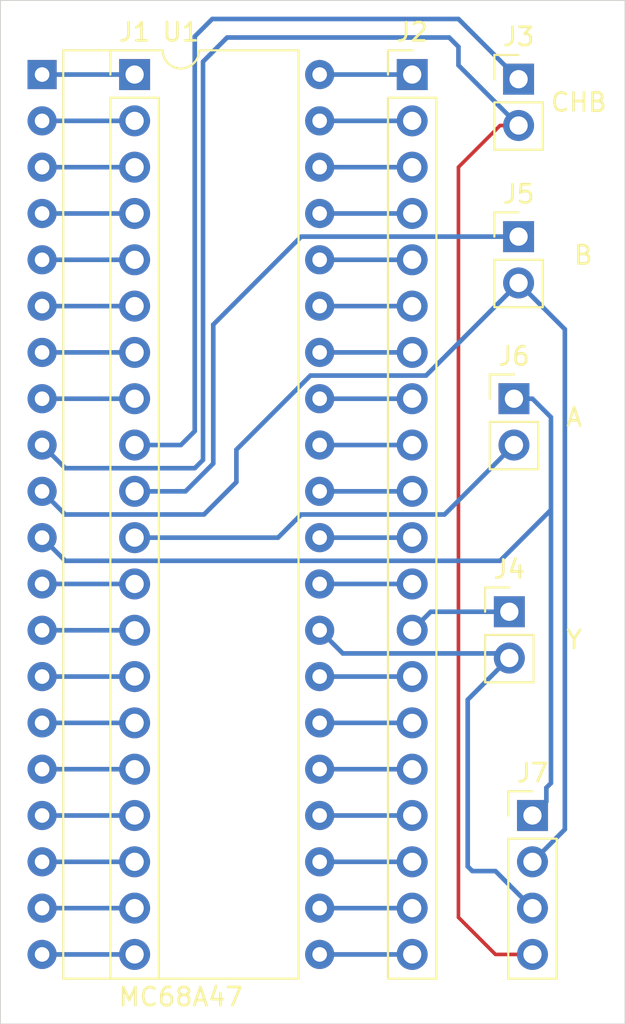
<source format=kicad_pcb>
(kicad_pcb (version 20240108) (generator "pcbnew") (generator_version "8.0")
  (layers (0 "F.Cu" signal) (31 "B.Cu" signal) (34 "B.Paste" user) (35 "F.Paste" user) (36 "B.SilkS" user "B.Silkscreen") (37 "F.SilkS" user "F.Silkscreen") (38 "B.Mask" user) (39 "F.Mask" user) (44 "Edge.Cuts" user))
  (net 0 "")
  (net 1 "Net-(J1-Pin_3)")
  (net 2 "Net-(J1-Pin_15)")
  (net 3 "Net-(J1-Pin_6)")
  (net 4 "Net-(J1-Pin_18)")
  (net 5 "Net-(J1-Pin_17)")
  (net 6 "Net-(J1-Pin_4)")
  (net 7 "Net-(J1-Pin_2)")
  (net 8 "Net-(J1-Pin_16)")
  (net 9 "Net-(J1-Pin_19)")
  (net 10 "Net-(J1-Pin_11)")
  (net 11 "Net-(J1-Pin_7)")
  (net 12 "Net-(J1-Pin_5)")
  (net 13 "Net-(J1-Pin_12)")
  (net 14 "Net-(J1-Pin_8)")
  (net 15 "Net-(J1-Pin_14)")
  (net 16 "Net-(J1-Pin_13)")
  (net 17 "Net-(J1-Pin_20)")
  (net 18 "Net-(J1-Pin_1)")
  (net 19 "Net-(J1-Pin_10)")
  (net 20 "Net-(J1-Pin_9)")
  (net 21 "Net-(J2-Pin_4)")
  (net 22 "Net-(J2-Pin_7)")
  (net 23 "Net-(J2-Pin_11)")
  (net 24 "Net-(J2-Pin_3)")
  (net 25 "Net-(J2-Pin_16)")
  (net 26 "Net-(J2-Pin_9)")
  (net 27 "Net-(J2-Pin_12)")
  (net 28 "Net-(J2-Pin_17)")
  (net 29 "Net-(J2-Pin_13)")
  (net 30 "Net-(J2-Pin_6)")
  (net 31 "Net-(J2-Pin_2)")
  (net 32 "Net-(J2-Pin_10)")
  (net 33 "Net-(J2-Pin_5)")
  (net 34 "Net-(J2-Pin_19)")
  (net 35 "Net-(J2-Pin_1)")
  (net 36 "Net-(J2-Pin_18)")
  (net 37 "Net-(J2-Pin_15)")
  (net 38 "Net-(J2-Pin_8)")
  (net 39 "Net-(J2-Pin_20)")
  (net 40 "Net-(J2-Pin_14)")
  (net 41 "Net-(J3-Pin_2)")
  (net 42 "Net-(J4-Pin_2)")
  (net 43 "Net-(J5-Pin_2)")
  (net 44 "Net-(J6-Pin_1)")
  (footprint "Connector_PinHeader_2.54mm:PinHeader_1x20_P2.54mm_Vertical" (layer "F.Cu") (at 157.734 64.516)
    (property "Reference" "J2" (at 0 -2.33 0) (layer "F.SilkS"))
    (property "Value" "Pins 40-21" (hide yes))
    (fp_line (start -1.33 -1.33) (end 0 -1.33) (stroke (width 0.12)) (layer "F.SilkS"))
    (fp_line (start -1.33 0) (end -1.33 -1.33) (stroke (width 0.12)) (layer "F.SilkS"))
    (fp_line (start -1.33 1.27) (end -1.33 49.59) (stroke (width 0.12)) (layer "F.SilkS"))
    (fp_line (start -1.33 1.27) (end 1.33 1.27) (stroke (width 0.12)) (layer "F.SilkS"))
    (fp_line (start -1.33 49.59) (end 1.33 49.59) (stroke (width 0.12)) (layer "F.SilkS"))
    (fp_line (start 1.33 1.27) (end 1.33 49.59) (stroke (width 0.12)) (layer "F.SilkS"))
    (pad "1" thru_hole rect (at 0 0) (size 1.7 1.7) (drill 1) (layers "*.Cu" "*.Mask") (net 35 "Net-(J2-Pin_1)"))
    (pad "2" thru_hole oval (at 0 2.54) (size 1.7 1.7) (drill 1) (layers "*.Cu" "*.Mask") (net 31 "Net-(J2-Pin_2)"))
    (pad "3" thru_hole oval (at 0 5.08) (size 1.7 1.7) (drill 1) (layers "*.Cu" "*.Mask") (net 24 "Net-(J2-Pin_3)"))
    (pad "4" thru_hole oval (at 0 7.62) (size 1.7 1.7) (drill 1) (layers "*.Cu" "*.Mask") (net 21 "Net-(J2-Pin_4)"))
    (pad "5" thru_hole oval (at 0 10.16) (size 1.7 1.7) (drill 1) (layers "*.Cu" "*.Mask") (net 33 "Net-(J2-Pin_5)"))
    (pad "6" thru_hole oval (at 0 12.7) (size 1.7 1.7) (drill 1) (layers "*.Cu" "*.Mask") (net 30 "Net-(J2-Pin_6)"))
    (pad "7" thru_hole oval (at 0 15.24) (size 1.7 1.7) (drill 1) (layers "*.Cu" "*.Mask") (net 22 "Net-(J2-Pin_7)"))
    (pad "8" thru_hole oval (at 0 17.78) (size 1.7 1.7) (drill 1) (layers "*.Cu" "*.Mask") (net 38 "Net-(J2-Pin_8)"))
    (pad "9" thru_hole oval (at 0 20.32) (size 1.7 1.7) (drill 1) (layers "*.Cu" "*.Mask") (net 26 "Net-(J2-Pin_9)"))
    (pad "10" thru_hole oval (at 0 22.86) (size 1.7 1.7) (drill 1) (layers "*.Cu" "*.Mask") (net 32 "Net-(J2-Pin_10)"))
    (pad "11" thru_hole oval (at 0 25.4) (size 1.7 1.7) (drill 1) (layers "*.Cu" "*.Mask") (net 23 "Net-(J2-Pin_11)"))
    (pad "12" thru_hole oval (at 0 27.94) (size 1.7 1.7) (drill 1) (layers "*.Cu" "*.Mask") (net 27 "Net-(J2-Pin_12)"))
    (pad "13" thru_hole oval (at 0 30.48) (size 1.7 1.7) (drill 1) (layers "*.Cu" "*.Mask") (net 29 "Net-(J2-Pin_13)"))
    (pad "14" thru_hole oval (at 0 33.02) (size 1.7 1.7) (drill 1) (layers "*.Cu" "*.Mask") (net 40 "Net-(J2-Pin_14)"))
    (pad "15" thru_hole oval (at 0 35.56) (size 1.7 1.7) (drill 1) (layers "*.Cu" "*.Mask") (net 37 "Net-(J2-Pin_15)"))
    (pad "16" thru_hole oval (at 0 38.1) (size 1.7 1.7) (drill 1) (layers "*.Cu" "*.Mask") (net 25 "Net-(J2-Pin_16)"))
    (pad "17" thru_hole oval (at 0 40.64) (size 1.7 1.7) (drill 1) (layers "*.Cu" "*.Mask") (net 28 "Net-(J2-Pin_17)"))
    (pad "18" thru_hole oval (at 0 43.18) (size 1.7 1.7) (drill 1) (layers "*.Cu" "*.Mask") (net 36 "Net-(J2-Pin_18)"))
    (pad "19" thru_hole oval (at 0 45.72) (size 1.7 1.7) (drill 1) (layers "*.Cu" "*.Mask") (net 34 "Net-(J2-Pin_19)"))
    (pad "20" thru_hole oval (at 0 48.26) (size 1.7 1.7) (drill 1) (layers "*.Cu" "*.Mask") (net 39 "Net-(J2-Pin_20)"))
  )
  (footprint "Connector_PinHeader_2.54mm:PinHeader_1x02_P2.54mm_Vertical" (layer "F.Cu") (at 163.322 82.296)
    (property "Reference" "J6" (at 0 -2.33 0) (layer "F.SilkS"))
    (property "Value" "A" (at 3.302 1.016 0) (layer "F.SilkS"))
    (fp_line (start -1.33 -1.33) (end 0 -1.33) (stroke (width 0.12)) (layer "F.SilkS"))
    (fp_line (start -1.33 0) (end -1.33 -1.33) (stroke (width 0.12)) (layer "F.SilkS"))
    (fp_line (start -1.33 1.27) (end -1.33 3.87) (stroke (width 0.12)) (layer "F.SilkS"))
    (fp_line (start -1.33 1.27) (end 1.33 1.27) (stroke (width 0.12)) (layer "F.SilkS"))
    (fp_line (start -1.33 3.87) (end 1.33 3.87) (stroke (width 0.12)) (layer "F.SilkS"))
    (fp_line (start 1.33 1.27) (end 1.33 3.87) (stroke (width 0.12)) (layer "F.SilkS"))
    (pad "1" thru_hole rect (at 0 0) (size 1.7 1.7) (drill 1) (layers "*.Cu" "*.Mask") (net 44 "Net-(J6-Pin_1)"))
    (pad "2" thru_hole oval (at 0 2.54) (size 1.7 1.7) (drill 1) (layers "*.Cu" "*.Mask") (net 10 "Net-(J1-Pin_11)"))
  )
  (footprint "Connector_PinHeader_2.54mm:PinHeader_1x02_P2.54mm_Vertical" (layer "F.Cu") (at 163.576 73.406)
    (property "Reference" "J5" (at 0 -2.33 0) (layer "F.SilkS"))
    (property "Value" "B" (at 3.556 1.016 0) (layer "F.SilkS"))
    (fp_line (start -1.33 -1.33) (end 0 -1.33) (stroke (width 0.12)) (layer "F.SilkS"))
    (fp_line (start -1.33 0) (end -1.33 -1.33) (stroke (width 0.12)) (layer "F.SilkS"))
    (fp_line (start -1.33 1.27) (end -1.33 3.87) (stroke (width 0.12)) (layer "F.SilkS"))
    (fp_line (start -1.33 1.27) (end 1.33 1.27) (stroke (width 0.12)) (layer "F.SilkS"))
    (fp_line (start -1.33 3.87) (end 1.33 3.87) (stroke (width 0.12)) (layer "F.SilkS"))
    (fp_line (start 1.33 1.27) (end 1.33 3.87) (stroke (width 0.12)) (layer "F.SilkS"))
    (pad "1" thru_hole rect (at 0 0) (size 1.7 1.7) (drill 1) (layers "*.Cu" "*.Mask") (net 19 "Net-(J1-Pin_10)"))
    (pad "2" thru_hole oval (at 0 2.54) (size 1.7 1.7) (drill 1) (layers "*.Cu" "*.Mask") (net 43 "Net-(J5-Pin_2)"))
  )
  (footprint "Connector_PinHeader_2.54mm:PinHeader_1x02_P2.54mm_Vertical" (layer "F.Cu") (at 163.576 64.77)
    (property "Reference" "J3" (at 0 -2.33 0) (layer "F.SilkS"))
    (property "Value" "CHB" (at 3.302 1.27 0) (layer "F.SilkS"))
    (fp_line (start -1.33 -1.33) (end 0 -1.33) (stroke (width 0.12)) (layer "F.SilkS"))
    (fp_line (start -1.33 0) (end -1.33 -1.33) (stroke (width 0.12)) (layer "F.SilkS"))
    (fp_line (start -1.33 1.27) (end -1.33 3.87) (stroke (width 0.12)) (layer "F.SilkS"))
    (fp_line (start -1.33 1.27) (end 1.33 1.27) (stroke (width 0.12)) (layer "F.SilkS"))
    (fp_line (start -1.33 3.87) (end 1.33 3.87) (stroke (width 0.12)) (layer "F.SilkS"))
    (fp_line (start 1.33 1.27) (end 1.33 3.87) (stroke (width 0.12)) (layer "F.SilkS"))
    (pad "1" thru_hole rect (at 0 0) (size 1.7 1.7) (drill 1) (layers "*.Cu" "*.Mask") (net 20 "Net-(J1-Pin_9)"))
    (pad "2" thru_hole oval (at 0 2.54) (size 1.7 1.7) (drill 1) (layers "*.Cu" "*.Mask") (net 41 "Net-(J3-Pin_2)"))
  )
  (footprint "Connector_PinHeader_2.54mm:PinHeader_1x02_P2.54mm_Vertical" (layer "F.Cu") (at 163.068 93.98)
    (property "Reference" "J4" (at 0 -2.33 0) (layer "F.SilkS"))
    (property "Value" "Y" (at 3.556 1.524 0) (layer "F.SilkS"))
    (fp_line (start -1.33 -1.33) (end 0 -1.33) (stroke (width 0.12)) (layer "F.SilkS"))
    (fp_line (start -1.33 0) (end -1.33 -1.33) (stroke (width 0.12)) (layer "F.SilkS"))
    (fp_line (start -1.33 1.27) (end -1.33 3.87) (stroke (width 0.12)) (layer "F.SilkS"))
    (fp_line (start -1.33 1.27) (end 1.33 1.27) (stroke (width 0.12)) (layer "F.SilkS"))
    (fp_line (start -1.33 3.87) (end 1.33 3.87) (stroke (width 0.12)) (layer "F.SilkS"))
    (fp_line (start 1.33 1.27) (end 1.33 3.87) (stroke (width 0.12)) (layer "F.SilkS"))
    (pad "1" thru_hole rect (at 0 0) (size 1.7 1.7) (drill 1) (layers "*.Cu" "*.Mask") (net 29 "Net-(J2-Pin_13)"))
    (pad "2" thru_hole oval (at 0 2.54) (size 1.7 1.7) (drill 1) (layers "*.Cu" "*.Mask") (net 42 "Net-(J4-Pin_2)"))
  )
  (footprint "Connector_PinHeader_2.54mm:PinHeader_1x04_P2.54mm_Vertical" (layer "F.Cu") (at 164.338 105.156)
    (property "Reference" "J7" (at 0 -2.33 0) (layer "F.SilkS"))
    (property "Value" "Comp. Board")
    (fp_line (start -1.33 -1.33) (end 0 -1.33) (stroke (width 0.12)) (layer "F.SilkS"))
    (fp_line (start -1.33 0) (end -1.33 -1.33) (stroke (width 0.12)) (layer "F.SilkS"))
    (fp_line (start -1.33 1.27) (end -1.33 8.95) (stroke (width 0.12)) (layer "F.SilkS"))
    (fp_line (start -1.33 1.27) (end 1.33 1.27) (stroke (width 0.12)) (layer "F.SilkS"))
    (fp_line (start -1.33 8.95) (end 1.33 8.95) (stroke (width 0.12)) (layer "F.SilkS"))
    (fp_line (start 1.33 1.27) (end 1.33 8.95) (stroke (width 0.12)) (layer "F.SilkS"))
    (pad "1" thru_hole rect (at 0 0) (size 1.7 1.7) (drill 1) (layers "*.Cu" "*.Mask") (net 44 "Net-(J6-Pin_1)"))
    (pad "2" thru_hole oval (at 0 2.54) (size 1.7 1.7) (drill 1) (layers "*.Cu" "*.Mask") (net 43 "Net-(J5-Pin_2)"))
    (pad "3" thru_hole oval (at 0 5.08) (size 1.7 1.7) (drill 1) (layers "*.Cu" "*.Mask") (net 42 "Net-(J4-Pin_2)"))
    (pad "4" thru_hole oval (at 0 7.62) (size 1.7 1.7) (drill 1) (layers "*.Cu" "*.Mask") (net 41 "Net-(J3-Pin_2)"))
  )
  (footprint "Connector_PinHeader_2.54mm:PinHeader_1x20_P2.54mm_Vertical" (layer "F.Cu") (at 142.494 64.516)
    (property "Reference" "J1" (at 0 -2.33 0) (layer "F.SilkS"))
    (property "Value" "Pins 1-20" (hide yes))
    (fp_line (start -1.33 -1.33) (end 0 -1.33) (stroke (width 0.12)) (layer "F.SilkS"))
    (fp_line (start -1.33 0) (end -1.33 -1.33) (stroke (width 0.12)) (layer "F.SilkS"))
    (fp_line (start -1.33 1.27) (end -1.33 49.59) (stroke (width 0.12)) (layer "F.SilkS"))
    (fp_line (start -1.33 1.27) (end 1.33 1.27) (stroke (width 0.12)) (layer "F.SilkS"))
    (fp_line (start -1.33 49.59) (end 1.33 49.59) (stroke (width 0.12)) (layer "F.SilkS"))
    (fp_line (start 1.33 1.27) (end 1.33 49.59) (stroke (width 0.12)) (layer "F.SilkS"))
    (pad "1" thru_hole rect (at 0 0) (size 1.7 1.7) (drill 1) (layers "*.Cu" "*.Mask") (net 18 "Net-(J1-Pin_1)"))
    (pad "2" thru_hole oval (at 0 2.54) (size 1.7 1.7) (drill 1) (layers "*.Cu" "*.Mask") (net 7 "Net-(J1-Pin_2)"))
    (pad "3" thru_hole oval (at 0 5.08) (size 1.7 1.7) (drill 1) (layers "*.Cu" "*.Mask") (net 1 "Net-(J1-Pin_3)"))
    (pad "4" thru_hole oval (at 0 7.62) (size 1.7 1.7) (drill 1) (layers "*.Cu" "*.Mask") (net 6 "Net-(J1-Pin_4)"))
    (pad "5" thru_hole oval (at 0 10.16) (size 1.7 1.7) (drill 1) (layers "*.Cu" "*.Mask") (net 12 "Net-(J1-Pin_5)"))
    (pad "6" thru_hole oval (at 0 12.7) (size 1.7 1.7) (drill 1) (layers "*.Cu" "*.Mask") (net 3 "Net-(J1-Pin_6)"))
    (pad "7" thru_hole oval (at 0 15.24) (size 1.7 1.7) (drill 1) (layers "*.Cu" "*.Mask") (net 11 "Net-(J1-Pin_7)"))
    (pad "8" thru_hole oval (at 0 17.78) (size 1.7 1.7) (drill 1) (layers "*.Cu" "*.Mask") (net 14 "Net-(J1-Pin_8)"))
    (pad "9" thru_hole oval (at 0 20.32) (size 1.7 1.7) (drill 1) (layers "*.Cu" "*.Mask") (net 20 "Net-(J1-Pin_9)"))
    (pad "10" thru_hole oval (at 0 22.86) (size 1.7 1.7) (drill 1) (layers "*.Cu" "*.Mask") (net 19 "Net-(J1-Pin_10)"))
    (pad "11" thru_hole oval (at 0 25.4) (size 1.7 1.7) (drill 1) (layers "*.Cu" "*.Mask") (net 10 "Net-(J1-Pin_11)"))
    (pad "12" thru_hole oval (at 0 27.94) (size 1.7 1.7) (drill 1) (layers "*.Cu" "*.Mask") (net 13 "Net-(J1-Pin_12)"))
    (pad "13" thru_hole oval (at 0 30.48) (size 1.7 1.7) (drill 1) (layers "*.Cu" "*.Mask") (net 16 "Net-(J1-Pin_13)"))
    (pad "14" thru_hole oval (at 0 33.02) (size 1.7 1.7) (drill 1) (layers "*.Cu" "*.Mask") (net 15 "Net-(J1-Pin_14)"))
    (pad "15" thru_hole oval (at 0 35.56) (size 1.7 1.7) (drill 1) (layers "*.Cu" "*.Mask") (net 2 "Net-(J1-Pin_15)"))
    (pad "16" thru_hole oval (at 0 38.1) (size 1.7 1.7) (drill 1) (layers "*.Cu" "*.Mask") (net 8 "Net-(J1-Pin_16)"))
    (pad "17" thru_hole oval (at 0 40.64) (size 1.7 1.7) (drill 1) (layers "*.Cu" "*.Mask") (net 5 "Net-(J1-Pin_17)"))
    (pad "18" thru_hole oval (at 0 43.18) (size 1.7 1.7) (drill 1) (layers "*.Cu" "*.Mask") (net 4 "Net-(J1-Pin_18)"))
    (pad "19" thru_hole oval (at 0 45.72) (size 1.7 1.7) (drill 1) (layers "*.Cu" "*.Mask") (net 9 "Net-(J1-Pin_19)"))
    (pad "20" thru_hole oval (at 0 48.26) (size 1.7 1.7) (drill 1) (layers "*.Cu" "*.Mask") (net 17 "Net-(J1-Pin_20)"))
  )
  (footprint "Package_DIP:DIP-40_W15.24mm" (layer "F.Cu") (at 137.414 64.516)
    (property "Reference" "U1" (at 7.62 -2.33 0) (layer "F.SilkS"))
    (property "Value" "MC68A47" (at 7.62 50.59 0) (layer "F.SilkS"))
    (fp_line (start 1.16 -1.33) (end 1.16 49.59) (stroke (width 0.12)) (layer "F.SilkS"))
    (fp_line (start 1.16 49.59) (end 14.08 49.59) (stroke (width 0.12)) (layer "F.SilkS"))
    (fp_line (start 6.62 -1.33) (end 1.16 -1.33) (stroke (width 0.12)) (layer "F.SilkS"))
    (fp_line (start 14.08 -1.33) (end 8.62 -1.33) (stroke (width 0.12)) (layer "F.SilkS"))
    (fp_line (start 14.08 49.59) (end 14.08 -1.33) (stroke (width 0.12)) (layer "F.SilkS"))
    (fp_arc (start 8.62 -1.33) (mid 7.62 -0.33) (end 6.62 -1.33) (stroke (width 0.12)) (layer "F.SilkS"))
    (pad "1" thru_hole rect (at 0 0) (size 1.6 1.6) (drill 0.8) (layers "*.Cu" "*.Mask") (net 18 "Net-(J1-Pin_1)"))
    (pad "2" thru_hole oval (at 0 2.54) (size 1.6 1.6) (drill 0.8) (layers "*.Cu" "*.Mask") (net 7 "Net-(J1-Pin_2)"))
    (pad "3" thru_hole oval (at 0 5.08) (size 1.6 1.6) (drill 0.8) (layers "*.Cu" "*.Mask") (net 1 "Net-(J1-Pin_3)"))
    (pad "4" thru_hole oval (at 0 7.62) (size 1.6 1.6) (drill 0.8) (layers "*.Cu" "*.Mask") (net 6 "Net-(J1-Pin_4)"))
    (pad "5" thru_hole oval (at 0 10.16) (size 1.6 1.6) (drill 0.8) (layers "*.Cu" "*.Mask") (net 12 "Net-(J1-Pin_5)"))
    (pad "6" thru_hole oval (at 0 12.7) (size 1.6 1.6) (drill 0.8) (layers "*.Cu" "*.Mask") (net 3 "Net-(J1-Pin_6)"))
    (pad "7" thru_hole oval (at 0 15.24) (size 1.6 1.6) (drill 0.8) (layers "*.Cu" "*.Mask") (net 11 "Net-(J1-Pin_7)"))
    (pad "8" thru_hole oval (at 0 17.78) (size 1.6 1.6) (drill 0.8) (layers "*.Cu" "*.Mask") (net 14 "Net-(J1-Pin_8)"))
    (pad "9" thru_hole oval (at 0 20.32) (size 1.6 1.6) (drill 0.8) (layers "*.Cu" "*.Mask") (net 41 "Net-(J3-Pin_2)"))
    (pad "10" thru_hole oval (at 0 22.86) (size 1.6 1.6) (drill 0.8) (layers "*.Cu" "*.Mask") (net 43 "Net-(J5-Pin_2)"))
    (pad "11" thru_hole oval (at 0 25.4) (size 1.6 1.6) (drill 0.8) (layers "*.Cu" "*.Mask") (net 44 "Net-(J6-Pin_1)"))
    (pad "12" thru_hole oval (at 0 27.94) (size 1.6 1.6) (drill 0.8) (layers "*.Cu" "*.Mask") (net 13 "Net-(J1-Pin_12)"))
    (pad "13" thru_hole oval (at 0 30.48) (size 1.6 1.6) (drill 0.8) (layers "*.Cu" "*.Mask") (net 16 "Net-(J1-Pin_13)"))
    (pad "14" thru_hole oval (at 0 33.02) (size 1.6 1.6) (drill 0.8) (layers "*.Cu" "*.Mask") (net 15 "Net-(J1-Pin_14)"))
    (pad "15" thru_hole oval (at 0 35.56) (size 1.6 1.6) (drill 0.8) (layers "*.Cu" "*.Mask") (net 2 "Net-(J1-Pin_15)"))
    (pad "16" thru_hole oval (at 0 38.1) (size 1.6 1.6) (drill 0.8) (layers "*.Cu" "*.Mask") (net 8 "Net-(J1-Pin_16)"))
    (pad "17" thru_hole oval (at 0 40.64) (size 1.6 1.6) (drill 0.8) (layers "*.Cu" "*.Mask") (net 5 "Net-(J1-Pin_17)"))
    (pad "18" thru_hole oval (at 0 43.18) (size 1.6 1.6) (drill 0.8) (layers "*.Cu" "*.Mask") (net 4 "Net-(J1-Pin_18)"))
    (pad "19" thru_hole oval (at 0 45.72) (size 1.6 1.6) (drill 0.8) (layers "*.Cu" "*.Mask") (net 9 "Net-(J1-Pin_19)"))
    (pad "20" thru_hole oval (at 0 48.26) (size 1.6 1.6) (drill 0.8) (layers "*.Cu" "*.Mask") (net 17 "Net-(J1-Pin_20)"))
    (pad "21" thru_hole oval (at 15.24 48.26) (size 1.6 1.6) (drill 0.8) (layers "*.Cu" "*.Mask") (net 39 "Net-(J2-Pin_20)"))
    (pad "22" thru_hole oval (at 15.24 45.72) (size 1.6 1.6) (drill 0.8) (layers "*.Cu" "*.Mask") (net 34 "Net-(J2-Pin_19)"))
    (pad "23" thru_hole oval (at 15.24 43.18) (size 1.6 1.6) (drill 0.8) (layers "*.Cu" "*.Mask") (net 36 "Net-(J2-Pin_18)"))
    (pad "24" thru_hole oval (at 15.24 40.64) (size 1.6 1.6) (drill 0.8) (layers "*.Cu" "*.Mask") (net 28 "Net-(J2-Pin_17)"))
    (pad "25" thru_hole oval (at 15.24 38.1) (size 1.6 1.6) (drill 0.8) (layers "*.Cu" "*.Mask") (net 25 "Net-(J2-Pin_16)"))
    (pad "26" thru_hole oval (at 15.24 35.56) (size 1.6 1.6) (drill 0.8) (layers "*.Cu" "*.Mask") (net 37 "Net-(J2-Pin_15)"))
    (pad "27" thru_hole oval (at 15.24 33.02) (size 1.6 1.6) (drill 0.8) (layers "*.Cu" "*.Mask") (net 40 "Net-(J2-Pin_14)"))
    (pad "28" thru_hole oval (at 15.24 30.48) (size 1.6 1.6) (drill 0.8) (layers "*.Cu" "*.Mask") (net 42 "Net-(J4-Pin_2)"))
    (pad "29" thru_hole oval (at 15.24 27.94) (size 1.6 1.6) (drill 0.8) (layers "*.Cu" "*.Mask") (net 27 "Net-(J2-Pin_12)"))
    (pad "30" thru_hole oval (at 15.24 25.4) (size 1.6 1.6) (drill 0.8) (layers "*.Cu" "*.Mask") (net 23 "Net-(J2-Pin_11)"))
    (pad "31" thru_hole oval (at 15.24 22.86) (size 1.6 1.6) (drill 0.8) (layers "*.Cu" "*.Mask") (net 32 "Net-(J2-Pin_10)"))
    (pad "32" thru_hole oval (at 15.24 20.32) (size 1.6 1.6) (drill 0.8) (layers "*.Cu" "*.Mask") (net 26 "Net-(J2-Pin_9)"))
    (pad "33" thru_hole oval (at 15.24 17.78) (size 1.6 1.6) (drill 0.8) (layers "*.Cu" "*.Mask") (net 38 "Net-(J2-Pin_8)"))
    (pad "34" thru_hole oval (at 15.24 15.24) (size 1.6 1.6) (drill 0.8) (layers "*.Cu" "*.Mask") (net 22 "Net-(J2-Pin_7)"))
    (pad "35" thru_hole oval (at 15.24 12.7) (size 1.6 1.6) (drill 0.8) (layers "*.Cu" "*.Mask") (net 30 "Net-(J2-Pin_6)"))
    (pad "36" thru_hole oval (at 15.24 10.16) (size 1.6 1.6) (drill 0.8) (layers "*.Cu" "*.Mask") (net 33 "Net-(J2-Pin_5)"))
    (pad "37" thru_hole oval (at 15.24 7.62) (size 1.6 1.6) (drill 0.8) (layers "*.Cu" "*.Mask") (net 21 "Net-(J2-Pin_4)"))
    (pad "38" thru_hole oval (at 15.24 5.08) (size 1.6 1.6) (drill 0.8) (layers "*.Cu" "*.Mask") (net 24 "Net-(J2-Pin_3)"))
    (pad "39" thru_hole oval (at 15.24 2.54) (size 1.6 1.6) (drill 0.8) (layers "*.Cu" "*.Mask") (net 31 "Net-(J2-Pin_2)"))
    (pad "40" thru_hole oval (at 15.24 0) (size 1.6 1.6) (drill 0.8) (layers "*.Cu" "*.Mask") (net 35 "Net-(J2-Pin_1)"))
  )
  (gr_rect (start 135.128 60.452) (end 169.418 116.586) (stroke (width 0.05)) (fill none) (layer "Edge.Cuts"))
  (segment (start 137.414 69.596) (end 142.494 69.596) (width 0.254) (layer "B.Cu") (net 1))
  (segment (start 137.414 100.076) (end 142.494 100.076) (width 0.254) (layer "B.Cu") (net 2))
  (segment (start 137.414 77.216) (end 142.494 77.216) (width 0.254) (layer "B.Cu") (net 3))
  (segment (start 137.414 107.696) (end 142.494 107.696) (width 0.254) (layer "B.Cu") (net 4))
  (segment (start 137.414 105.156) (end 142.494 105.156) (width 0.254) (layer "B.Cu") (net 5))
  (segment (start 137.414 72.136) (end 142.494 72.136) (width 0.254) (layer "B.Cu") (net 6))
  (segment (start 137.414 67.056) (end 142.494 67.056) (width 0.254) (layer "B.Cu") (net 7))
  (segment (start 137.414 102.616) (end 142.494 102.616) (width 0.254) (layer "B.Cu") (net 8))
  (segment (start 137.414 110.236) (end 142.494 110.236) (width 0.254) (layer "B.Cu") (net 9))
  (segment (start 142.494 89.916) (end 150.368 89.916) (width 0.254) (layer "B.Cu") (net 10))
  (segment (start 150.368 89.916) (end 151.638 88.646) (width 0.254) (layer "B.Cu") (net 10))
  (segment (start 151.638 88.646) (end 159.512 88.646) (width 0.254) (layer "B.Cu") (net 10))
  (segment (start 159.512 88.646) (end 163.322 84.836) (width 0.254) (layer "B.Cu") (net 10))
  (segment (start 137.414 79.756) (end 142.494 79.756) (width 0.254) (layer "B.Cu") (net 11))
  (segment (start 137.414 74.676) (end 142.494 74.676) (width 0.254) (layer "B.Cu") (net 12))
  (segment (start 137.414 92.456) (end 142.494 92.456) (width 0.254) (layer "B.Cu") (net 13))
  (segment (start 137.414 82.296) (end 142.494 82.296) (width 0.254) (layer "B.Cu") (net 14))
  (segment (start 137.414 97.536) (end 142.494 97.536) (width 0.254) (layer "B.Cu") (net 15))
  (segment (start 137.414 94.996) (end 142.494 94.996) (width 0.254) (layer "B.Cu") (net 16))
  (segment (start 137.414 112.776) (end 142.494 112.776) (width 0.254) (layer "B.Cu") (net 17))
  (segment (start 137.414 64.516) (end 142.494 64.516) (width 0.254) (layer "B.Cu") (net 18))
  (segment (start 146.812 85.852) (end 146.812 78.232) (width 0.254) (layer "B.Cu") (net 19))
  (segment (start 151.638 73.406) (end 163.576 73.406) (width 0.254) (layer "B.Cu") (net 19))
  (segment (start 145.288 87.376) (end 146.812 85.852) (width 0.254) (layer "B.Cu") (net 19))
  (segment (start 146.812 78.232) (end 151.638 73.406) (width 0.254) (layer "B.Cu") (net 19))
  (segment (start 142.494 87.376) (end 145.288 87.376) (width 0.254) (layer "B.Cu") (net 19))
  (segment (start 145.034 84.836) (end 145.796 84.074) (width 0.254) (layer "B.Cu") (net 20))
  (segment (start 145.796 84.074) (end 145.796 62.426314) (width 0.254) (layer "B.Cu") (net 20))
  (segment (start 142.494 84.836) (end 145.034 84.836) (width 0.254) (layer "B.Cu") (net 20))
  (segment (start 146.754314 61.468) (end 160.274 61.468) (width 0.254) (layer "B.Cu") (net 20))
  (segment (start 160.274 61.468) (end 163.576 64.77) (width 0.254) (layer "B.Cu") (net 20))
  (segment (start 145.796 62.426314) (end 146.754314 61.468) (width 0.254) (layer "B.Cu") (net 20))
  (segment (start 152.654 72.136) (end 157.734 72.136) (width 0.254) (layer "B.Cu") (net 21))
  (segment (start 152.654 79.756) (end 157.734 79.756) (width 0.254) (layer "B.Cu") (net 22))
  (segment (start 152.654 89.916) (end 157.734 89.916) (width 0.254) (layer "B.Cu") (net 23))
  (segment (start 152.654 69.596) (end 157.734 69.596) (width 0.254) (layer "B.Cu") (net 24))
  (segment (start 152.654 102.616) (end 157.734 102.616) (width 0.254) (layer "B.Cu") (net 25))
  (segment (start 152.654 84.836) (end 157.734 84.836) (width 0.254) (layer "B.Cu") (net 26))
  (segment (start 152.654 92.456) (end 157.734 92.456) (width 0.254) (layer "B.Cu") (net 27))
  (segment (start 152.654 105.156) (end 157.734 105.156) (width 0.254) (layer "B.Cu") (net 28))
  (segment (start 157.734 94.996) (end 158.75 93.98) (width 0.254) (layer "B.Cu") (net 29))
  (segment (start 158.75 93.98) (end 163.068 93.98) (width 0.254) (layer "B.Cu") (net 29))
  (segment (start 152.654 77.216) (end 157.734 77.216) (width 0.254) (layer "B.Cu") (net 30))
  (segment (start 152.654 67.056) (end 157.734 67.056) (width 0.254) (layer "B.Cu") (net 31))
  (segment (start 152.654 87.376) (end 157.734 87.376) (width 0.254) (layer "B.Cu") (net 32))
  (segment (start 152.654 74.676) (end 157.734 74.676) (width 0.254) (layer "B.Cu") (net 33))
  (segment (start 152.654 110.236) (end 157.734 110.236) (width 0.254) (layer "B.Cu") (net 34))
  (segment (start 152.654 64.516) (end 157.734 64.516) (width 0.254) (layer "B.Cu") (net 35))
  (segment (start 152.654 107.696) (end 157.734 107.696) (width 0.254) (layer "B.Cu") (net 36))
  (segment (start 152.654 100.076) (end 157.734 100.076) (width 0.254) (layer "B.Cu") (net 37))
  (segment (start 152.654 82.296) (end 157.734 82.296) (width 0.254) (layer "B.Cu") (net 38))
  (segment (start 152.654 112.776) (end 157.734 112.776) (width 0.254) (layer "B.Cu") (net 39))
  (segment (start 152.654 97.536) (end 157.734 97.536) (width 0.254) (layer "B.Cu") (net 40))
  (segment (start 160.274 69.596) (end 162.56 67.31) (width 0.2) (layer "F.Cu") (net 41))
  (segment (start 162.56 67.31) (end 163.576 67.31) (width 0.2) (layer "F.Cu") (net 41))
  (segment (start 164.338 112.776) (end 162.306 112.776) (width 0.2) (layer "F.Cu") (net 41))
  (segment (start 162.306 112.776) (end 160.274 110.744) (width 0.2) (layer "F.Cu") (net 41))
  (segment (start 160.274 110.744) (end 160.274 69.596) (width 0.2) (layer "F.Cu") (net 41))
  (segment (start 147.574 62.484) (end 159.766 62.484) (width 0.254) (layer "B.Cu") (net 41))
  (segment (start 137.414 84.836) (end 138.684 86.106) (width 0.254) (layer "B.Cu") (net 41))
  (segment (start 138.684 86.106) (end 145.796 86.106) (width 0.254) (layer "B.Cu") (net 41))
  (segment (start 159.766 62.484) (end 160.274 62.992) (width 0.254) (layer "B.Cu") (net 41))
  (segment (start 146.25 85.652) (end 146.25 63.808) (width 0.254) (layer "B.Cu") (net 41))
  (segment (start 160.274 64.008) (end 163.576 67.31) (width 0.254) (layer "B.Cu") (net 41))
  (segment (start 160.274 62.992) (end 160.274 64.008) (width 0.254) (layer "B.Cu") (net 41))
  (segment (start 145.796 86.106) (end 146.25 85.652) (width 0.254) (layer "B.Cu") (net 41))
  (segment (start 146.25 63.808) (end 147.574 62.484) (width 0.254) (layer "B.Cu") (net 41))
  (segment (start 160.782 107.95) (end 160.782 98.806) (width 0.254) (layer "B.Cu") (net 42))
  (segment (start 153.924 96.266) (end 162.814 96.266) (width 0.254) (layer "B.Cu") (net 42))
  (segment (start 161.036 108.204) (end 160.782 107.95) (width 0.254) (layer "B.Cu") (net 42))
  (segment (start 162.814 96.266) (end 163.068 96.52) (width 0.254) (layer "B.Cu") (net 42))
  (segment (start 162.306 108.204) (end 161.036 108.204) (width 0.254) (layer "B.Cu") (net 42))
  (segment (start 164.338 110.236) (end 162.306 108.204) (width 0.254) (layer "B.Cu") (net 42))
  (segment (start 160.782 98.806) (end 163.068 96.52) (width 0.254) (layer "B.Cu") (net 42))
  (segment (start 163.068 96.52) (end 163.456 96.908) (width 0.254) (layer "B.Cu") (net 42))
  (segment (start 152.654 94.996) (end 153.924 96.266) (width 0.254) (layer "B.Cu") (net 42))
  (segment (start 158.496 81.026) (end 163.576 75.946) (width 0.254) (layer "B.Cu") (net 43))
  (segment (start 152.146 81.026) (end 158.496 81.026) (width 0.254) (layer "B.Cu") (net 43))
  (segment (start 148.082 86.868) (end 148.082 85.09) (width 0.254) (layer "B.Cu") (net 43))
  (segment (start 163.576 75.946) (end 166.116 78.486) (width 0.254) (layer "B.Cu") (net 43))
  (segment (start 138.684 88.646) (end 146.304 88.646) (width 0.254) (layer "B.Cu") (net 43))
  (segment (start 166.116 105.918) (end 164.338 107.696) (width 0.254) (layer "B.Cu") (net 43))
  (segment (start 148.082 85.09) (end 152.146 81.026) (width 0.254) (layer "B.Cu") (net 43))
  (segment (start 146.304 88.646) (end 148.082 86.868) (width 0.254) (layer "B.Cu") (net 43))
  (segment (start 166.116 78.486) (end 166.116 105.918) (width 0.254) (layer "B.Cu") (net 43))
  (segment (start 137.414 87.376) (end 138.684 88.646) (width 0.254) (layer "B.Cu") (net 43))
  (segment (start 165.354 88.392) (end 165.354 83.312) (width 0.254) (layer "B.Cu") (net 44))
  (segment (start 165.354 103.378) (end 165.354 88.392) (width 0.254) (layer "B.Cu") (net 44))
  (segment (start 138.684 91.186) (end 162.56 91.186) (width 0.254) (layer "B.Cu") (net 44))
  (segment (start 137.414 89.916) (end 138.684 91.186) (width 0.254) (layer "B.Cu") (net 44))
  (segment (start 164.338 82.296) (end 163.322 82.296) (width 0.254) (layer "B.Cu") (net 44))
  (segment (start 165.354 103.378) (end 165.1 103.632) (width 0.254) (layer "B.Cu") (net 44))
  (segment (start 165.354 83.312) (end 164.338 82.296) (width 0.254) (layer "B.Cu") (net 44))
  (segment (start 165.1 103.632) (end 165.1 104.394) (width 0.254) (layer "B.Cu") (net 44))
  (segment (start 162.56 91.186) (end 165.354 88.392) (width 0.254) (layer "B.Cu") (net 44))
  (segment (start 165.1 104.394) (end 164.338 105.156) (width 0.254) (layer "B.Cu") (net 44))
)
</source>
